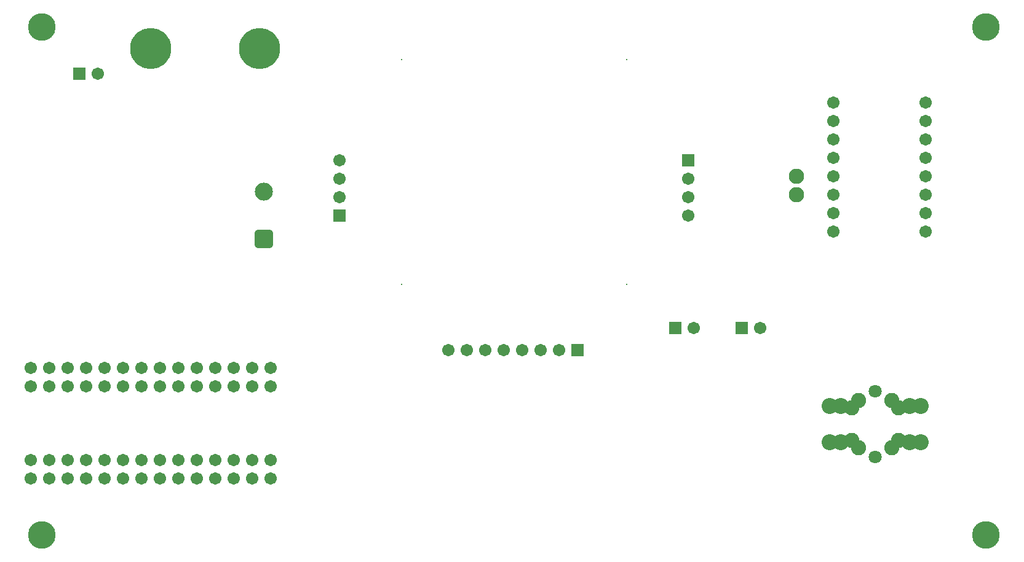
<source format=gbs>
G04 Layer_Color=16711935*
%FSLAX44Y44*%
%MOMM*%
G71*
G01*
G75*
%ADD68C,0.2032*%
%ADD69R,1.7032X1.7032*%
%ADD70C,1.7032*%
%ADD71C,5.6642*%
%ADD72C,2.1082*%
%ADD73C,3.8032*%
%ADD76C,1.7128*%
%ADD77R,1.7032X1.7032*%
%ADD78C,2.0828*%
%ADD79C,1.8032*%
%ADD80C,2.2032*%
G04:AMPARAMS|DCode=81|XSize=2.4892mm|YSize=2.4892mm|CornerRadius=0.3874mm|HoleSize=0mm|Usage=FLASHONLY|Rotation=90.000|XOffset=0mm|YOffset=0mm|HoleType=Round|Shape=RoundedRectangle|*
%AMROUNDEDRECTD81*
21,1,2.4892,1.7145,0,0,90.0*
21,1,1.7145,2.4892,0,0,90.0*
1,1,0.7747,0.8572,0.8572*
1,1,0.7747,0.8572,-0.8572*
1,1,0.7747,-0.8572,-0.8572*
1,1,0.7747,-0.8572,0.8572*
%
%ADD81ROUNDEDRECTD81*%
%ADD82C,2.4892*%
D68*
X855000Y705000D02*
D03*
X545000Y395000D02*
D03*
Y705000D02*
D03*
X855000Y395000D02*
D03*
D69*
X101600Y685800D02*
D03*
X1013460Y335280D02*
D03*
X922020D02*
D03*
X787400Y304800D02*
D03*
D70*
X127000Y685800D02*
D03*
X1038860Y335280D02*
D03*
X947420D02*
D03*
X364800Y127600D02*
D03*
X339400D02*
D03*
X314000D02*
D03*
X288600D02*
D03*
X263200D02*
D03*
X237800D02*
D03*
X212400D02*
D03*
X187000D02*
D03*
X161600D02*
D03*
X136200D02*
D03*
X110800D02*
D03*
X85400D02*
D03*
X60000D02*
D03*
X34600D02*
D03*
Y280000D02*
D03*
X60000D02*
D03*
X85400D02*
D03*
X110800D02*
D03*
X136200D02*
D03*
X161600D02*
D03*
X187000D02*
D03*
X212400D02*
D03*
X237800D02*
D03*
X263200D02*
D03*
X288600D02*
D03*
X314000D02*
D03*
X339400D02*
D03*
X364800D02*
D03*
Y254600D02*
D03*
X339400D02*
D03*
X314000D02*
D03*
X288600D02*
D03*
X263200D02*
D03*
X237800D02*
D03*
X212400D02*
D03*
X187000D02*
D03*
X161600D02*
D03*
X136200D02*
D03*
X110800D02*
D03*
X85400D02*
D03*
X60000D02*
D03*
X34600D02*
D03*
Y153000D02*
D03*
X60000D02*
D03*
X85400D02*
D03*
X110800D02*
D03*
X136200D02*
D03*
X161600D02*
D03*
X187000D02*
D03*
X212400D02*
D03*
X237800D02*
D03*
X263200D02*
D03*
X288600D02*
D03*
X314000D02*
D03*
X339400D02*
D03*
X364800D02*
D03*
X460000Y566200D02*
D03*
Y540800D02*
D03*
Y515400D02*
D03*
X940000Y490000D02*
D03*
Y515400D02*
D03*
Y540800D02*
D03*
X609600Y304800D02*
D03*
X635000D02*
D03*
X685800D02*
D03*
X711200D02*
D03*
X736600D02*
D03*
X762000D02*
D03*
X660400D02*
D03*
D71*
X200000Y720000D02*
D03*
X350000D02*
D03*
D72*
X1089200Y519200D02*
D03*
Y544600D02*
D03*
D73*
X50000Y750000D02*
D03*
X1350000Y50000D02*
D03*
Y750000D02*
D03*
X50000Y50000D02*
D03*
D76*
X1267000Y646200D02*
D03*
Y493800D02*
D03*
X1140000D02*
D03*
Y519200D02*
D03*
Y544600D02*
D03*
Y570000D02*
D03*
Y595400D02*
D03*
Y620800D02*
D03*
X1267000D02*
D03*
Y468400D02*
D03*
X1140000Y646200D02*
D03*
Y468400D02*
D03*
X1267000Y595400D02*
D03*
Y570000D02*
D03*
Y519200D02*
D03*
Y544600D02*
D03*
D77*
X460000Y490000D02*
D03*
X940000Y566200D02*
D03*
D78*
X1174788Y170000D02*
D03*
Y235024D02*
D03*
X1220000Y170000D02*
D03*
Y235024D02*
D03*
X1229904Y179906D02*
D03*
X1164880D02*
D03*
X1229904Y225118D02*
D03*
X1164880D02*
D03*
D79*
X1197393Y157513D02*
D03*
Y247513D02*
D03*
D80*
X1259893Y177513D02*
D03*
Y227513D02*
D03*
X1134893D02*
D03*
Y177513D02*
D03*
X1244893D02*
D03*
X1149893Y227513D02*
D03*
Y177513D02*
D03*
X1244893Y227513D02*
D03*
D81*
X355600Y457720D02*
D03*
D82*
Y522720D02*
D03*
M02*

</source>
